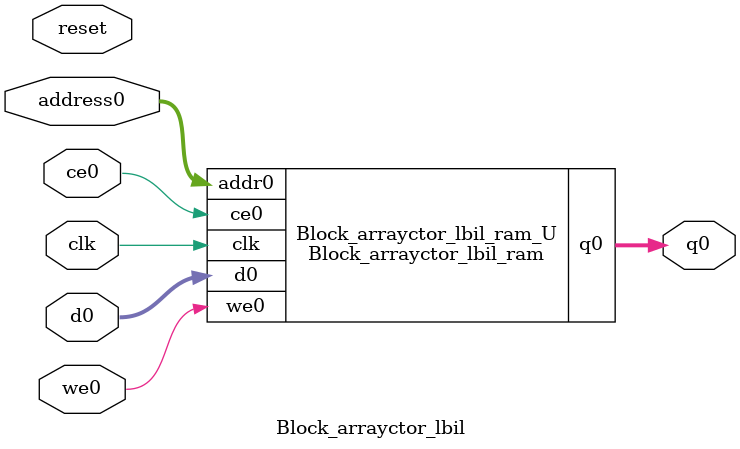
<source format=v>
`timescale 1 ns / 1 ps
module Block_arrayctor_lbil_ram (addr0, ce0, d0, we0, q0,  clk);

parameter DWIDTH = 5;
parameter AWIDTH = 4;
parameter MEM_SIZE = 16;

input[AWIDTH-1:0] addr0;
input ce0;
input[DWIDTH-1:0] d0;
input we0;
output reg[DWIDTH-1:0] q0;
input clk;

(* ram_style = "distributed" *)reg [DWIDTH-1:0] ram[0:MEM_SIZE-1];




always @(posedge clk)  
begin 
    if (ce0) begin
        if (we0) 
            ram[addr0] <= d0; 
        q0 <= ram[addr0];
    end
end


endmodule

`timescale 1 ns / 1 ps
module Block_arrayctor_lbil(
    reset,
    clk,
    address0,
    ce0,
    we0,
    d0,
    q0);

parameter DataWidth = 32'd5;
parameter AddressRange = 32'd16;
parameter AddressWidth = 32'd4;
input reset;
input clk;
input[AddressWidth - 1:0] address0;
input ce0;
input we0;
input[DataWidth - 1:0] d0;
output[DataWidth - 1:0] q0;



Block_arrayctor_lbil_ram Block_arrayctor_lbil_ram_U(
    .clk( clk ),
    .addr0( address0 ),
    .ce0( ce0 ),
    .we0( we0 ),
    .d0( d0 ),
    .q0( q0 ));

endmodule


</source>
